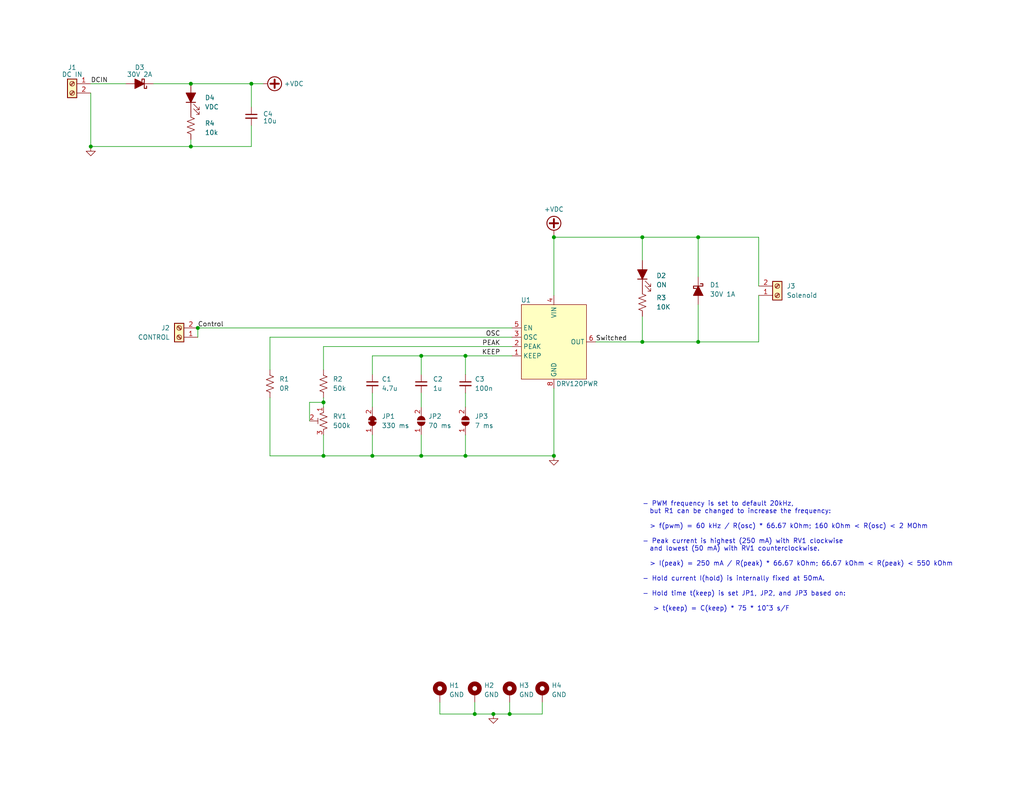
<source format=kicad_sch>
(kicad_sch (version 20211123) (generator eeschema)
  (paper "USLetter")
  (title_block (title "Smart Solenoid Driver") (date "2022-07-23") (rev "v0") (company "Winterbloom") (comment 1 "Alethea Flowers") (comment 2 "CERN-OHL-P V2"))
  (lib_symbols
    (symbol "Connector:Screw_Terminal_01x02" (pin_names (offset 1.016) hide)
      (property "Reference" "J" (at 0 2.54 0))
      (property "Value" "Screw_Terminal_01x02" (at 0 -5.08 0))
      (symbol "Screw_Terminal_01x02_1_1"
        (rectangle (start -1.27 1.27) (end 1.27 -3.81) (stroke (width 0.254)) (fill (type background)))
        (circle (center 0 -2.54) (radius 0.635) (stroke (width 0.1524)))
        (polyline (pts (xy -0.5334 -2.2098) (xy 0.3302 -3.048)) (stroke (width 0.1524)))
        (polyline (pts (xy -0.5334 0.3302) (xy 0.3302 -0.508)) (stroke (width 0.1524)))
        (polyline (pts (xy -0.3556 -2.032) (xy 0.508 -2.8702)) (stroke (width 0.1524)))
        (polyline (pts (xy -0.3556 0.508) (xy 0.508 -0.3302)) (stroke (width 0.1524)))
        (circle (center 0 0) (radius 0.635) (stroke (width 0.1524)))
        (pin passive line (at -5.08 0 0) (length 3.81) (name "Pin_1") (number "1"))
        (pin passive line (at -5.08 -2.54 0) (length 3.81) (name "Pin_2") (number "2"))
      )
    )
    (symbol "Device:C_Small" (pin_numbers hide) (pin_names (offset 0.254) hide)
      (property "Reference" "C" (at 0.254 1.778 0))
      (property "Value" "C_Small" (at 0.254 -2.032 0))
      (symbol "C_Small_0_1"
        (polyline (pts (xy -1.524 -0.508) (xy 1.524 -0.508)) (stroke (width 0.3302)))
        (polyline (pts (xy -1.524 0.508) (xy 1.524 0.508)) (stroke (width 0.3048)))
      )
      (symbol "C_Small_1_1"
        (pin passive line (at 0 2.54 270) (length 2.032) (name "~") (number "1"))
        (pin passive line (at 0 -2.54 90) (length 2.032) (name "~") (number "2"))
      )
    )
    (symbol "Device:D_Schottky_Filled" (pin_numbers hide) (pin_names (offset 1.016) hide)
      (property "Reference" "D" (at 0 2.54 0))
      (property "Value" "D_Schottky_Filled" (at 0 -2.54 0))
      (symbol "D_Schottky_Filled_0_1"
        (polyline (pts (xy 1.27 0) (xy -1.27 0)))
        (polyline (pts (xy 1.27 1.27) (xy 1.27 -1.27) (xy -1.27 0) (xy 1.27 1.27)) (stroke (width 0.254)) (fill (type outline)))
        (polyline (pts (xy -1.905 0.635) (xy -1.905 1.27) (xy -1.27 1.27) (xy -1.27 -1.27) (xy -0.635 -1.27) (xy -0.635 -0.635)) (stroke (width 0.254)))
      )
      (symbol "D_Schottky_Filled_1_1"
        (pin passive line (at -3.81 0 0) (length 2.54) (name "K") (number "1"))
        (pin passive line (at 3.81 0 180) (length 2.54) (name "A") (number "2"))
      )
    )
    (symbol "Device:LED_Filled" (pin_numbers hide) (pin_names (offset 1.016) hide)
      (property "Reference" "D" (at 0 2.54 0))
      (property "Value" "LED_Filled" (at 0 -2.54 0))
      (symbol "LED_Filled_0_1"
        (polyline (pts (xy -1.27 -1.27) (xy -1.27 1.27)) (stroke (width 0.254)))
        (polyline (pts (xy -1.27 0) (xy 1.27 0)))
        (polyline (pts (xy 1.27 -1.27) (xy 1.27 1.27) (xy -1.27 0) (xy 1.27 -1.27)) (stroke (width 0.254)) (fill (type outline)))
        (polyline (pts (xy -3.048 -0.762) (xy -4.572 -2.286) (xy -3.81 -2.286) (xy -4.572 -2.286) (xy -4.572 -1.524)))
        (polyline (pts (xy -1.778 -0.762) (xy -3.302 -2.286) (xy -2.54 -2.286) (xy -3.302 -2.286) (xy -3.302 -1.524)))
      )
      (symbol "LED_Filled_1_1"
        (pin passive line (at -3.81 0 0) (length 2.54) (name "K") (number "1"))
        (pin passive line (at 3.81 0 180) (length 2.54) (name "A") (number "2"))
      )
    )
    (symbol "Device:R_Potentiometer_Trim_US" (pin_names (offset 1.016) hide)
      (property "Reference" "RV" (at -4.445 0 90))
      (property "Value" "R_Potentiometer_Trim_US" (at -2.54 0 90))
      (symbol "R_Potentiometer_Trim_US_0_1"
        (polyline (pts (xy 0 -2.286) (xy 0 -2.54)))
        (polyline (pts (xy 0 2.286) (xy 0 2.54)))
        (polyline (pts (xy 1.524 0.762) (xy 1.524 -0.762)))
        (polyline (pts (xy 2.54 0) (xy 1.524 0)))
        (polyline (pts (xy 0 -0.762) (xy 1.016 -1.143) (xy 0 -1.524) (xy -1.016 -1.905) (xy 0 -2.286)))
        (polyline (pts (xy 0 0.762) (xy 1.016 0.381) (xy 0 0) (xy -1.016 -0.381) (xy 0 -0.762)))
        (polyline (pts (xy 0 2.286) (xy 1.016 1.905) (xy 0 1.524) (xy -1.016 1.143) (xy 0 0.762)))
      )
      (symbol "R_Potentiometer_Trim_US_1_1"
        (pin passive line (at 0 3.81 270) (length 1.27) (name "1") (number "1"))
        (pin passive line (at 3.81 0 180) (length 1.27) (name "2") (number "2"))
        (pin passive line (at 0 -3.81 90) (length 1.27) (name "3") (number "3"))
      )
    )
    (symbol "Device:R_US" (pin_numbers hide) (pin_names (offset 0))
      (property "Reference" "R" (at 2.54 0 90))
      (property "Value" "R_US" (at -2.54 0 90))
      (symbol "R_US_0_1"
        (polyline (pts (xy 0 -2.286) (xy 0 -2.54)))
        (polyline (pts (xy 0 2.286) (xy 0 2.54)))
        (polyline (pts (xy 0 -0.762) (xy 1.016 -1.143) (xy 0 -1.524) (xy -1.016 -1.905) (xy 0 -2.286)))
        (polyline (pts (xy 0 0.762) (xy 1.016 0.381) (xy 0 0) (xy -1.016 -0.381) (xy 0 -0.762)))
        (polyline (pts (xy 0 2.286) (xy 1.016 1.905) (xy 0 1.524) (xy -1.016 1.143) (xy 0 0.762)))
      )
      (symbol "R_US_1_1"
        (pin passive line (at 0 3.81 270) (length 1.27) (name "~") (number "1"))
        (pin passive line (at 0 -3.81 90) (length 1.27) (name "~") (number "2"))
      )
    )
    (symbol "Jumper:SolderJumper_2_Bridged" (pin_names (offset 0) hide)
      (property "Reference" "JP" (at 0 2.032 0))
      (property "Value" "SolderJumper_2_Bridged" (at 0 -2.54 0))
      (symbol "SolderJumper_2_Bridged_0_1"
        (rectangle (start -0.508 0.508) (end 0.508 -0.508) (fill (type outline)))
        (arc (start -0.254 1.016) (mid -1.27 0) (end -0.254 -1.016))
        (arc (start -0.254 1.016) (mid -1.27 0) (end -0.254 -1.016) (fill (type outline)))
        (polyline (pts (xy -0.254 1.016) (xy -0.254 -1.016)))
        (polyline (pts (xy 0.254 1.016) (xy 0.254 -1.016)))
        (arc (start 0.254 -1.016) (mid 1.27 0) (end 0.254 1.016))
        (arc (start 0.254 -1.016) (mid 1.27 0) (end 0.254 1.016) (fill (type outline)))
      )
      (symbol "SolderJumper_2_Bridged_1_1"
        (pin passive line (at -3.81 0 0) (length 2.54) (name "A") (number "1"))
        (pin passive line (at 3.81 0 180) (length 2.54) (name "B") (number "2"))
      )
    )
    (symbol "Jumper:SolderJumper_2_Open" (pin_names (offset 0) hide)
      (property "Reference" "JP" (at 0 2.032 0))
      (property "Value" "SolderJumper_2_Open" (at 0 -2.54 0))
      (symbol "SolderJumper_2_Open_0_1"
        (arc (start -0.254 1.016) (mid -1.27 0) (end -0.254 -1.016))
        (arc (start -0.254 1.016) (mid -1.27 0) (end -0.254 -1.016) (fill (type outline)))
        (polyline (pts (xy -0.254 1.016) (xy -0.254 -1.016)))
        (polyline (pts (xy 0.254 1.016) (xy 0.254 -1.016)))
        (arc (start 0.254 -1.016) (mid 1.27 0) (end 0.254 1.016))
        (arc (start 0.254 -1.016) (mid 1.27 0) (end 0.254 1.016) (fill (type outline)))
      )
      (symbol "SolderJumper_2_Open_1_1"
        (pin passive line (at -3.81 0 0) (length 2.54) (name "A") (number "1"))
        (pin passive line (at 3.81 0 180) (length 2.54) (name "B") (number "2"))
      )
    )
    (symbol "Mechanical:MountingHole_Pad" (pin_numbers hide) (pin_names (offset 1.016) hide)
      (property "Reference" "H" (at 0 6.35 0))
      (property "Value" "MountingHole_Pad" (at 0 4.445 0))
      (symbol "MountingHole_Pad_0_1"
        (circle (center 0 1.27) (radius 1.27) (stroke (width 1.27)))
      )
      (symbol "MountingHole_Pad_1_1"
        (pin input line (at 0 -2.54 90) (length 2.54) (name "1") (number "1"))
      )
    )
    (symbol "power:+VDC" (power) (pin_names (offset 0))
      (property "Value" "+VDC" (at 0 6.35 0))
      (symbol "+VDC_0_1"
        (polyline (pts (xy -1.143 3.175) (xy 1.143 3.175)) (stroke (width 0.508)))
        (polyline (pts (xy 0 0) (xy 0 1.27)))
        (polyline (pts (xy 0 2.032) (xy 0 4.318)) (stroke (width 0.508)))
        (circle (center 0 3.175) (radius 1.905) (stroke (width 0.254)))
      )
      (symbol "+VDC_1_1"
        (pin power_in line (at 0 0 90) (length 0) hide (name "+VDC") (number "1"))
      )
    )
    (symbol "power:GND" (power) (pin_names (offset 0))
      (property "Value" "GND" (at 0 -3.81 0))
      (symbol "GND_0_1"
        (polyline (pts (xy 0 0) (xy 0 -1.27) (xy 1.27 -1.27) (xy 0 -2.54) (xy -1.27 -1.27) (xy 0 -1.27)))
      )
      (symbol "GND_1_1"
        (pin power_in line (at 0 0 270) (length 0) hide (name "GND") (number "1"))
      )
    )
    (symbol "winterbloom:DRV120PWR"
      (property "Reference" "U" (at -8.89 11.43 0))
      (property "Value" "DRV120PWR" (at 1.27 -11.43 0))
      (property "mpn" "DRV120PWR" (at 0 0 0))
      (symbol "DRV120PWR_0_0"
        (pin input line (at -11.43 -3.81 0) (length 2.54) (name "KEEP") (number "1"))
        (pin input line (at -11.43 -1.27 0) (length 2.54) (name "PEAK") (number "2"))
        (pin input line (at -11.43 1.27 0) (length 2.54) (name "OSC") (number "3"))
        (pin power_in line (at 0 12.7 270) (length 2.54) (name "VIN") (number "4"))
        (pin input line (at -11.43 3.81 0) (length 2.54) (name "EN") (number "5"))
        (pin power_out line (at 11.43 0 180) (length 2.54) (name "OUT") (number "6"))
        (pin no_connect line (at 2.54 0 0) (length 2.54) hide (name "NC") (number "7"))
        (pin power_in line (at 0 -12.7 90) (length 2.54) (name "GND") (number "8"))
      )
      (symbol "DRV120PWR_0_1"
        (rectangle (start -8.89 10.16) (end 8.89 -10.16) (fill (type background)))
      )
    )
  )
  (junction (at 127 97.155))
  (junction (at 139.065 194.945))
  (junction (at 88.265 124.46))
  (junction (at 88.265 109.855))
  (junction (at 127 124.46))
  (junction (at 129.54 194.945))
  (junction (at 52.07 40.005))
  (junction (at 114.935 97.155))
  (junction (at 68.58 22.86))
  (junction (at 175.26 93.345))
  (junction (at 134.62 194.945))
  (junction (at 190.5 64.77))
  (junction (at 190.5 93.345))
  (junction (at 53.975 89.535))
  (junction (at 114.935 124.46))
  (junction (at 151.13 64.77))
  (junction (at 151.13 124.46))
  (junction (at 101.6 124.46))
  (junction (at 52.07 22.86))
  (junction (at 24.765 40.005))
  (junction (at 175.26 64.77))
  (wire (pts (xy 129.54 191.77) (xy 129.54 194.945)))
  (wire (pts (xy 207.01 64.77) (xy 207.01 78.105)))
  (wire (pts (xy 73.66 108.585) (xy 73.66 124.46)))
  (wire (pts (xy 101.6 118.745) (xy 101.6 124.46)))
  (wire (pts (xy 175.26 86.36) (xy 175.26 93.345)))
  (wire (pts (xy 114.935 118.745) (xy 114.935 124.46)))
  (wire (pts (xy 24.765 40.005) (xy 24.765 25.4)))
  (wire (pts (xy 73.66 92.075) (xy 139.7 92.075)))
  (wire (pts (xy 24.765 22.86) (xy 34.29 22.86)))
  (wire (pts (xy 71.755 22.86) (xy 68.58 22.86)))
  (wire (pts (xy 88.265 118.745) (xy 88.265 124.46)))
  (wire (pts (xy 24.765 40.005) (xy 52.07 40.005)))
  (wire (pts (xy 88.265 109.855) (xy 88.265 111.125)))
  (wire (pts (xy 52.07 38.1) (xy 52.07 40.005)))
  (wire (pts (xy 114.935 124.46) (xy 127 124.46)))
  (wire (pts (xy 114.935 107.315) (xy 114.935 111.125)))
  (wire (pts (xy 127 124.46) (xy 151.13 124.46)))
  (wire (pts (xy 127 97.155) (xy 127 102.235)))
  (wire (pts (xy 84.455 114.935) (xy 84.455 109.855)))
  (wire (pts (xy 175.26 93.345) (xy 190.5 93.345)))
  (wire (pts (xy 41.91 22.86) (xy 52.07 22.86)))
  (wire (pts (xy 101.6 97.155) (xy 101.6 102.235)))
  (wire (pts (xy 207.01 80.645) (xy 207.01 93.345)))
  (wire (pts (xy 73.66 124.46) (xy 88.265 124.46)))
  (wire (pts (xy 190.5 64.77) (xy 207.01 64.77)))
  (wire (pts (xy 88.265 124.46) (xy 101.6 124.46)))
  (wire (pts (xy 68.58 40.005) (xy 52.07 40.005)))
  (wire (pts (xy 134.62 194.945) (xy 139.065 194.945)))
  (wire (pts (xy 151.13 64.77) (xy 151.13 64.135)))
  (wire (pts (xy 53.975 89.535) (xy 53.975 92.075)))
  (wire (pts (xy 68.58 22.86) (xy 52.07 22.86)))
  (wire (pts (xy 127 97.155) (xy 139.7 97.155)))
  (wire (pts (xy 190.5 93.345) (xy 207.01 93.345)))
  (wire (pts (xy 114.935 97.155) (xy 114.935 102.235)))
  (wire (pts (xy 101.6 97.155) (xy 114.935 97.155)))
  (wire (pts (xy 84.455 109.855) (xy 88.265 109.855)))
  (wire (pts (xy 114.935 97.155) (xy 127 97.155)))
  (wire (pts (xy 127 107.315) (xy 127 111.125)))
  (wire (pts (xy 68.58 34.29) (xy 68.58 40.005)))
  (wire (pts (xy 175.26 64.77) (xy 175.26 71.12)))
  (wire (pts (xy 147.955 194.945) (xy 147.955 191.77)))
  (wire (pts (xy 151.13 64.77) (xy 175.26 64.77)))
  (wire (pts (xy 53.975 89.535) (xy 139.7 89.535)))
  (wire (pts (xy 88.265 94.615) (xy 88.265 100.965)))
  (wire (pts (xy 175.26 64.77) (xy 190.5 64.77)))
  (wire (pts (xy 190.5 83.185) (xy 190.5 93.345)))
  (wire (pts (xy 129.54 194.945) (xy 120.015 194.945)))
  (wire (pts (xy 139.065 191.77) (xy 139.065 194.945)))
  (wire (pts (xy 151.13 106.045) (xy 151.13 124.46)))
  (wire (pts (xy 88.265 109.855) (xy 88.265 108.585)))
  (wire (pts (xy 162.56 93.345) (xy 175.26 93.345)))
  (wire (pts (xy 73.66 100.965) (xy 73.66 92.075)))
  (wire (pts (xy 127 118.745) (xy 127 124.46)))
  (wire (pts (xy 139.065 194.945) (xy 147.955 194.945)))
  (wire (pts (xy 68.58 22.86) (xy 68.58 29.21)))
  (wire (pts (xy 101.6 107.315) (xy 101.6 111.125)))
  (wire (pts (xy 190.5 64.77) (xy 190.5 75.565)))
  (wire (pts (xy 120.015 194.945) (xy 120.015 191.77)))
  (wire (pts (xy 101.6 124.46) (xy 114.935 124.46)))
  (wire (pts (xy 139.7 94.615) (xy 88.265 94.615)))
  (wire (pts (xy 134.62 194.945) (xy 129.54 194.945)))
  (wire (pts (xy 151.13 64.77) (xy 151.13 80.645)))
  (text "- PWM frequency is set to default 20kHz,\n  but R1 can be changed to increase the frequency:\n\n  > f(pwm) = 60 kHz / R(osc) * 66.67 kOhm; 160 kOhm < R(osc) < 2 MOhm\n\n- Peak current is highest (250 mA) with RV1 clockwise\n  and lowest (50 mA) with RV1 counterclockwise.\n\n  > I(peak) = 250 mA / R(peak) * 66.67 kOhm; 66.67 kOhm < R(peak) < 550 kOhm\n\n- Hold current I(hold) is internally fixed at 50mA.\n\n- Hold time t(keep) is set JP1, JP2, and JP3 based on:\n\n   > t(keep) = C(keep) * 75 * 10^3 s/F" (at 175.26 167.005 0) (effects (font (size 1.27 1.27)) (justify left bottom)))
  (label "OSC" (at 136.525 92.075 180))
  (label "DCIN" (at 24.765 22.86 0))
  (label "Control" (at 53.975 89.535 0))
  (label "Switched" (at 162.56 93.345 0))
  (label "KEEP" (at 136.525 97.155 180))
  (label "PEAK" (at 136.525 94.615 180))
  (symbol (lib_id "Device:C_Small") (at 68.58 31.75 0) (unit 1)
    (property "Reference" "C4" (at 71.755 31.115 0) (effects (justify left)))
    (property "Value" "10u" (at 71.755 33.02 0) (effects (justify left)))
    (property "Footprint" "Capacitor_SMD:C_0805_2012Metric_Pad1.18x1.45mm_HandSolder" (effects hide))
  )
  (symbol (lib_id "Mechanical:MountingHole_Pad") (at 147.955 189.23 0) (unit 1)
    (property "Reference" "H4" (at 150.495 187.1253 0) (effects (justify left)))
    (property "Value" "GND" (at 150.495 189.6622 0) (effects (justify left)))
    (property "Footprint" "MountingHole:MountingHole_3mm_Pad" (effects hide))
  )
  (symbol (lib_id "Mechanical:MountingHole_Pad") (at 139.065 189.23 0) (unit 1)
    (property "Reference" "H3" (at 141.605 187.1253 0) (effects (justify left)))
    (property "Value" "GND" (at 141.605 189.6622 0) (effects (justify left)))
    (property "Footprint" "MountingHole:MountingHole_3mm_Pad" (effects hide))
  )
  (symbol (lib_id "Device:R_US") (at 175.26 82.55 0) (unit 1)
    (property "Reference" "R3" (at 179.07 81.28 0) (effects (justify left)))
    (property "Value" "10K" (at 179.07 83.82 0) (effects (justify left)))
    (property "Footprint" "Resistor_SMD:R_0603_1608Metric_Pad0.98x0.95mm_HandSolder" (effects hide))
    (property "mpn" "AC0603FR-075K1L" (effects hide))
  )
  (symbol (lib_id "Device:R_US") (at 52.07 34.29 0) (unit 1)
    (property "Reference" "R4" (at 55.88 33.655 0) (effects (justify left)))
    (property "Value" "10k" (at 55.88 36.195 0) (effects (justify left)))
    (property "Footprint" "Resistor_SMD:R_0603_1608Metric_Pad0.98x0.95mm_HandSolder" (effects hide))
    (property "mpn" "AC0603FR-075K1L" (effects hide))
  )
  (symbol (lib_id "Mechanical:MountingHole_Pad") (at 129.54 189.23 0) (unit 1)
    (property "Reference" "H2" (at 132.08 187.1253 0) (effects (justify left)))
    (property "Value" "GND" (at 132.08 189.6622 0) (effects (justify left)))
    (property "Footprint" "MountingHole:MountingHole_3mm_Pad" (effects hide))
  )
  (symbol (lib_id "power:+VDC") (at 151.13 64.135 0) (unit 1)
    (property "Reference" "#PWR0101" (effects hide))
    (property "Value" "+VDC" (at 151.13 57.15 0))
  )
  (symbol (lib_id "Device:D_Schottky_Filled") (at 190.5 79.375 270) (unit 1)
    (property "Reference" "D1" (at 193.675 77.7874 90) (effects (justify left)))
    (property "Value" "30V 1A" (at 193.675 80.3274 90) (effects (justify left)))
    (property "Footprint" "Diode_SMD:D_SOD-128" (effects hide))
    (property "Datasheet" "https://www.digikey.com/en/products/detail/nexperia-usa-inc/PMEG3030EP-115/2228693" (effects hide))
  )
  (symbol (lib_id "Device:LED_Filled") (at 52.07 26.67 90) (unit 1)
    (property "Reference" "D4" (at 55.88 26.67 90) (effects (justify right)))
    (property "Value" "VDC" (at 55.88 29.21 90) (effects (justify right)))
    (property "Footprint" "winterbloom:LED_0805_Kingbright_APT2012" (effects hide))
    (property "mpn" "APT2012EC" (effects hide))
  )
  (symbol (lib_id "power:+VDC") (at 71.755 22.86 270) (unit 1)
    (property "Reference" "#PWR01" (effects hide))
    (property "Value" "+VDC" (at 77.47 22.86 90) (effects (justify left)))
  )
  (symbol (lib_id "Connector:Screw_Terminal_01x02") (at 19.685 22.86 0) (mirror y) (unit 1)
    (property "Reference" "J1" (at 19.685 18.415 0))
    (property "Value" "DC IN" (at 19.685 20.32 0))
    (property "Footprint" "winterbloom:TerminalBlock_4UCON_1x02_P3.50mm_Horizontal" (effects hide))
  )
  (symbol (lib_id "Mechanical:MountingHole_Pad") (at 120.015 189.23 0) (unit 1)
    (property "Reference" "H1" (at 122.555 187.1253 0) (effects (justify left)))
    (property "Value" "GND" (at 122.555 189.6622 0) (effects (justify left)))
    (property "Footprint" "MountingHole:MountingHole_3mm_Pad" (effects hide))
  )
  (symbol (lib_id "Jumper:SolderJumper_2_Open") (at 114.935 114.935 90) (unit 1)
    (property "Reference" "JP2" (at 116.84 113.6649 90) (effects (justify right)))
    (property "Value" "70 ms" (at 116.84 116.2049 90) (effects (justify right)))
    (property "Footprint" "Jumper:SolderJumper-2_P1.3mm_Open_RoundedPad1.0x1.5mm" (effects hide))
  )
  (symbol (lib_id "Connector:Screw_Terminal_01x02") (at 48.895 92.075 180) (unit 1)
    (property "Reference" "J2" (at 46.355 89.535 0) (effects (justify left)))
    (property "Value" "CONTROL" (at 46.355 92.075 0) (effects (justify left)))
    (property "Footprint" "winterbloom:TerminalBlock_4UCON_1x02_P3.50mm_Horizontal" (effects hide))
  )
  (symbol (lib_id "winterbloom:DRV120PWR") (at 151.13 93.345 0) (unit 1)
    (property "Reference" "U1" (at 143.51 81.915 0))
    (property "Value" "DRV120PWR" (at 157.48 104.775 0))
    (property "Footprint" "Package_SO:TSSOP-8_4.4x3mm_P0.65mm" (effects hide))
    (property "Datasheet" "https://www.ti.com/lit/ds/symlink/drv120.pdf" (effects hide))
    (property "mpn" "DRV120PWR" (effects hide))
  )
  (symbol (lib_id "power:GND") (at 151.13 124.46 0) (unit 1)
    (property "Reference" "#PWR0102" (effects hide))
    (property "Value" "GND" (effects hide))
  )
  (symbol (lib_id "power:GND") (at 24.765 40.005 0) (unit 1)
    (property "Reference" "#PWR02" (effects hide))
    (property "Value" "GND" (effects hide))
  )
  (symbol (lib_id "Device:R_US") (at 88.265 104.775 180) (unit 1)
    (property "Reference" "R2" (at 90.805 103.5049 0) (effects (justify right)))
    (property "Value" "50k" (at 90.805 106.0449 0) (effects (justify right)))
    (property "Footprint" "Resistor_SMD:R_0603_1608Metric_Pad0.98x0.95mm_HandSolder" (effects hide))
  )
  (symbol (lib_id "Device:C_Small") (at 127 104.775 0) (unit 1)
    (property "Reference" "C3" (at 129.54 103.5112 0) (effects (justify left)))
    (property "Value" "100n" (at 129.54 106.0512 0) (effects (justify left)))
    (property "Footprint" "Capacitor_SMD:C_0603_1608Metric_Pad1.08x0.95mm_HandSolder" (effects hide))
  )
  (symbol (lib_id "Device:D_Schottky_Filled") (at 38.1 22.86 180) (unit 1)
    (property "Reference" "D3" (at 38.1 18.415 0))
    (property "Value" "30V 2A" (at 38.1 20.32 0))
    (property "Footprint" "Diode_SMD:D_SOD-128" (effects hide))
    (property "Datasheet" "https://www.digikey.com/en/products/detail/nexperia-usa-inc/PMEG3030EP-115/2228693" (effects hide))
  )
  (symbol (lib_id "Jumper:SolderJumper_2_Bridged") (at 101.6 114.935 90) (unit 1)
    (property "Reference" "JP1" (at 104.14 113.6649 90) (effects (justify right)))
    (property "Value" "330 ms" (at 104.14 116.2049 90) (effects (justify right)))
    (property "Footprint" "Jumper:SolderJumper-2_P1.3mm_Bridged_RoundedPad1.0x1.5mm" (effects hide))
  )
  (symbol (lib_id "Device:C_Small") (at 114.935 104.775 0) (unit 1)
    (property "Reference" "C2" (at 118.11 103.5112 0) (effects (justify left)))
    (property "Value" "1u" (at 118.11 106.0512 0) (effects (justify left)))
    (property "Footprint" "Capacitor_SMD:C_0603_1608Metric_Pad1.08x0.95mm_HandSolder" (effects hide))
  )
  (symbol (lib_id "power:GND") (at 134.62 194.945 0) (unit 1)
    (property "Reference" "#PWR012" (effects hide))
    (property "Value" "GND" (effects hide))
  )
  (symbol (lib_id "Connector:Screw_Terminal_01x02") (at 212.09 80.645 0) (mirror x) (unit 1)
    (property "Reference" "J3" (at 214.63 78.105 0) (effects (justify left)))
    (property "Value" "Solenoid" (at 214.63 80.645 0) (effects (justify left)))
    (property "Footprint" "winterbloom:TerminalBlock_4UCON_1x02_P3.50mm_Horizontal" (effects hide))
  )
  (symbol (lib_id "Device:R_US") (at 73.66 104.775 180) (unit 1)
    (property "Reference" "R1" (at 76.2 103.5049 0) (effects (justify right)))
    (property "Value" "0R" (at 76.2 106.0449 0) (effects (justify right)))
    (property "Footprint" "Resistor_SMD:R_0603_1608Metric_Pad0.98x0.95mm_HandSolder" (effects hide))
  )
  (symbol (lib_id "Device:LED_Filled") (at 175.26 74.93 90) (unit 1)
    (property "Reference" "D2" (at 179.07 75.2474 90) (effects (justify right)))
    (property "Value" "ON" (at 179.07 77.7874 90) (effects (justify right)))
    (property "Footprint" "winterbloom:LED_0805_Kingbright_APT2012" (effects hide))
    (property "mpn" "APT2012EC" (effects hide))
  )
  (symbol (lib_id "Jumper:SolderJumper_2_Open") (at 127 114.935 90) (unit 1)
    (property "Reference" "JP3" (at 129.54 113.6649 90) (effects (justify right)))
    (property "Value" "7 ms" (at 129.54 116.2049 90) (effects (justify right)))
    (property "Footprint" "Jumper:SolderJumper-2_P1.3mm_Open_RoundedPad1.0x1.5mm" (effects hide))
  )
  (symbol (lib_id "Device:R_Potentiometer_Trim_US") (at 88.265 114.935 0) (mirror y) (unit 1)
    (property "Reference" "RV1" (at 90.805 113.665 0) (effects (justify right)))
    (property "Value" "500k" (at 90.805 116.205 0) (effects (justify right)))
    (property "Footprint" "Potentiometer_SMD:Potentiometer_Bourns_TC33X_Vertical" (effects hide))
    (property "mpn" "TC33X-2-504E" (effects hide))
  )
  (symbol (lib_id "Device:C_Small") (at 101.6 104.775 0) (unit 1)
    (property "Reference" "C1" (at 104.14 103.5112 0) (effects (justify left)))
    (property "Value" "4.7u" (at 104.14 106.0512 0) (effects (justify left)))
    (property "Footprint" "Capacitor_SMD:C_0603_1608Metric_Pad1.08x0.95mm_HandSolder" (effects hide))
  )
)
</source>
